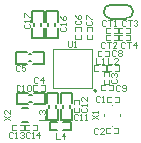
<source format=gto>
G04*
G04 #@! TF.GenerationSoftware,Altium Limited,Altium Designer,19.0.15 (446)*
G04*
G04 Layer_Color=65535*
%FSLAX24Y24*%
%MOIN*%
G70*
G01*
G75*
%ADD10C,0.0059*%
%ADD11C,0.0079*%
%ADD12C,0.0060*%
%ADD13C,0.0049*%
D10*
X1325Y2047D02*
G03*
X1325Y1575I0J-236D01*
G01*
X1825D02*
G03*
X1825Y2047I0J236D01*
G01*
X1325Y1575D02*
X1825D01*
X1325Y2047D02*
X1825D01*
D11*
X846Y-827D02*
G03*
X846Y-827I-39J0D01*
G01*
X-1417Y157D02*
X-1339D01*
X-1417Y394D02*
X-1339D01*
X-1230Y1339D02*
Y1417D01*
X-994Y1339D02*
Y1417D01*
X-738Y-1388D02*
Y-1309D01*
X-502Y-1388D02*
Y-1309D01*
X-39Y-1388D02*
Y-1309D01*
X-276Y-1388D02*
Y-1309D01*
X-1388Y-965D02*
X-1309D01*
X-1388Y-1201D02*
X-1309D01*
X-1643Y-1402D02*
X-1454D01*
X-1643Y-1874D02*
X-1454D01*
X-531Y1339D02*
Y1417D01*
X-768Y1339D02*
Y1417D01*
D12*
X-1841Y79D02*
Y472D01*
X-915Y79D02*
Y472D01*
X-1280Y79D02*
X-915D01*
X-1841D02*
X-1476D01*
X-1280Y472D02*
X-915D01*
X-1841D02*
X-1476D01*
X-1309Y1841D02*
X-915D01*
X-1309Y915D02*
X-915D01*
X-1309D02*
Y1280D01*
Y1476D02*
Y1841D01*
X-915Y915D02*
Y1280D01*
Y1476D02*
Y1841D01*
X-817Y-1811D02*
X-423D01*
X-817Y-886D02*
X-423D01*
X-817Y-1811D02*
Y-1447D01*
Y-1250D02*
Y-886D01*
X-423Y-1811D02*
Y-1447D01*
Y-1250D02*
Y-886D01*
X-718Y-1874D02*
X-463D01*
X-266D02*
X-10D01*
X-718Y-2149D02*
X-463D01*
X-266D02*
X-10D01*
Y-1874D01*
X-718Y-2149D02*
Y-1874D01*
X-354Y-1811D02*
X39D01*
X-354Y-886D02*
X39D01*
Y-1250D02*
Y-886D01*
Y-1811D02*
Y-1447D01*
X-354Y-1250D02*
Y-886D01*
Y-1811D02*
Y-1447D01*
X-1811Y-886D02*
X-1447D01*
X-1250D02*
X-886D01*
X-1811Y-1280D02*
X-1447D01*
X-1250D02*
X-886D01*
Y-886D01*
X-1811Y-1280D02*
Y-886D01*
X-453Y1476D02*
Y1841D01*
Y915D02*
Y1280D01*
X-846Y1476D02*
Y1841D01*
Y915D02*
Y1280D01*
Y915D02*
X-453D01*
X-846Y1841D02*
X-453D01*
D13*
X100Y-1146D02*
X274D01*
X100Y-1532D02*
X274D01*
X100D02*
Y-1407D01*
Y-1270D02*
Y-1146D01*
X274Y-1532D02*
Y-1407D01*
Y-1270D02*
Y-1146D01*
X1457Y-1199D02*
X1581D01*
X1195D02*
X1319D01*
X1457Y-1026D02*
X1581D01*
X1195D02*
X1319D01*
X1195Y-1199D02*
Y-1026D01*
X1581Y-1199D02*
Y-1026D01*
X1177Y-2079D02*
X1301D01*
X1439D02*
X1563D01*
X1177Y-2252D02*
X1301D01*
X1439D02*
X1563D01*
Y-2079D01*
X1177Y-2252D02*
Y-2079D01*
X1100Y-1683D02*
Y-1604D01*
X1360Y-1990D02*
X1376D01*
X1636Y-1683D02*
Y-1604D01*
X1360Y-1297D02*
X1376D01*
X1171Y1268D02*
X1295D01*
X1433D02*
X1557D01*
X1171Y1094D02*
X1295D01*
X1433D02*
X1557D01*
Y1268D01*
X1171Y1094D02*
Y1268D01*
X1583D02*
X1707D01*
X1844D02*
X1969D01*
X1583Y1094D02*
X1707D01*
X1844D02*
X1969D01*
Y1268D01*
X1583Y1094D02*
Y1268D01*
X1171Y1041D02*
X1295D01*
X1433D02*
X1557D01*
X1171Y868D02*
X1295D01*
X1433D02*
X1557D01*
Y1041D01*
X1171Y868D02*
Y1041D01*
X1583D02*
X1707D01*
X1844D02*
X1969D01*
X1583Y868D02*
X1707D01*
X1844D02*
X1969D01*
Y1041D01*
X1583Y868D02*
Y1041D01*
X-591Y-728D02*
Y571D01*
X709Y-728D02*
Y571D01*
X-591D02*
X709D01*
X-591Y-728D02*
X709D01*
X1394Y-808D02*
Y-635D01*
X1008Y-808D02*
Y-635D01*
X1132D01*
X1270D02*
X1394D01*
X1008Y-808D02*
X1132D01*
X1270D02*
X1394D01*
X1581Y-155D02*
Y18D01*
X1195Y-155D02*
Y18D01*
X1319D01*
X1457D02*
X1581D01*
X1195Y-155D02*
X1319D01*
X1457D02*
X1581D01*
X1151Y-155D02*
Y18D01*
X765Y-155D02*
Y18D01*
X889D01*
X1027D02*
X1151D01*
X765Y-155D02*
X889D01*
X1027D02*
X1151D01*
X-1525Y-1974D02*
X-1401Y-1974D01*
X-1263Y-1974D02*
X-1139D01*
X-1525Y-2148D02*
X-1401D01*
X-1263D02*
X-1139D01*
Y-1974D01*
X-1525Y-2148D02*
Y-1974D01*
X-1706Y-2148D02*
X-1582D01*
X-1967D02*
X-1843D01*
X-1706Y-1974D02*
X-1582Y-1974D01*
X-1967D02*
X-1843D01*
X-1967Y-2148D02*
X-1967Y-1974D01*
X-1582Y-2148D02*
Y-1974D01*
X1141Y332D02*
X1265D01*
X880D02*
X1004D01*
X1141Y505D02*
X1265D01*
X880D02*
X1004D01*
X880Y332D02*
Y505D01*
X1265Y332D02*
Y505D01*
X687Y1171D02*
Y1295D01*
Y909D02*
Y1033D01*
X514Y1171D02*
Y1295D01*
Y909D02*
Y1033D01*
Y909D02*
X687D01*
X514Y1295D02*
X687D01*
X314Y1171D02*
Y1295D01*
Y909D02*
Y1033D01*
X141Y1171D02*
Y1295D01*
Y909D02*
Y1033D01*
Y909D02*
X314D01*
X141Y1295D02*
X314D01*
X-1266Y-652D02*
X-1142D01*
X-1004D02*
X-880D01*
X-1266Y-825D02*
X-1142D01*
X-1004D02*
X-880D01*
Y-652D01*
X-1266Y-825D02*
Y-652D01*
X1259Y-330D02*
Y-206D01*
Y-592D02*
Y-468D01*
X1086Y-330D02*
Y-206D01*
Y-592D02*
Y-468D01*
Y-592D02*
X1259D01*
X1086Y-206D02*
X1259D01*
X-1719Y-18D02*
X-1752Y15D01*
X-1818D01*
X-1850Y-18D01*
Y-149D01*
X-1818Y-182D01*
X-1752D01*
X-1719Y-149D01*
X-1522Y15D02*
X-1654D01*
Y-84D01*
X-1588Y-51D01*
X-1555D01*
X-1522Y-84D01*
Y-149D01*
X-1555Y-182D01*
X-1621D01*
X-1654Y-149D01*
X-1542Y1411D02*
X-1575Y1378D01*
Y1312D01*
X-1542Y1280D01*
X-1411D01*
X-1378Y1312D01*
Y1378D01*
X-1411Y1411D01*
X-1378Y1476D02*
Y1542D01*
Y1509D01*
X-1575D01*
X-1542Y1476D01*
X-1575Y1640D02*
Y1771D01*
X-1542D01*
X-1411Y1640D01*
X-1378D01*
X-1083Y-1811D02*
X-886D01*
Y-1680D01*
X-1050Y-1614D02*
X-1083Y-1581D01*
Y-1516D01*
X-1050Y-1483D01*
X-1017D01*
X-984Y-1516D01*
Y-1549D01*
Y-1516D01*
X-951Y-1483D01*
X-919D01*
X-886Y-1516D01*
Y-1581D01*
X-919Y-1614D01*
X-518Y-2234D02*
Y-2431D01*
X-387D01*
X-223D02*
Y-2234D01*
X-321Y-2333D01*
X-190D01*
X230Y-1637D02*
X197Y-1604D01*
X131D01*
X98Y-1637D01*
Y-1768D01*
X131Y-1801D01*
X197D01*
X230Y-1768D01*
X295Y-1801D02*
X361D01*
X328D01*
Y-1604D01*
X295Y-1637D01*
X459Y-1801D02*
X525D01*
X492D01*
Y-1604D01*
X459Y-1637D01*
X368Y-1394D02*
X335Y-1427D01*
Y-1493D01*
X368Y-1526D01*
X499D01*
X531Y-1493D01*
Y-1427D01*
X499Y-1394D01*
X531Y-1329D02*
Y-1263D01*
Y-1296D01*
X335D01*
X368Y-1329D01*
X531Y-1034D02*
Y-1165D01*
X400Y-1034D01*
X368D01*
X335Y-1066D01*
Y-1132D01*
X368Y-1165D01*
X973Y-1051D02*
X940Y-1019D01*
X874D01*
X842Y-1051D01*
Y-1183D01*
X874Y-1215D01*
X940D01*
X973Y-1183D01*
X1038Y-1215D02*
X1104D01*
X1071D01*
Y-1019D01*
X1038Y-1051D01*
X889Y-2104D02*
X856Y-2071D01*
X791D01*
X758Y-2104D01*
Y-2235D01*
X791Y-2267D01*
X856D01*
X889Y-2235D01*
X1086Y-2267D02*
X955D01*
X1086Y-2136D01*
Y-2104D01*
X1053Y-2071D01*
X987D01*
X955Y-2104D01*
X707Y-1772D02*
X904Y-1641D01*
X707D02*
X904Y-1772D01*
Y-1575D02*
Y-1509D01*
Y-1542D01*
X707D01*
X740Y-1575D01*
X1788Y774D02*
X1755Y807D01*
X1690D01*
X1657Y774D01*
Y643D01*
X1690Y610D01*
X1755D01*
X1788Y643D01*
X1854Y807D02*
X1985D01*
X1919D01*
Y610D01*
X2149D02*
Y807D01*
X2050Y709D01*
X2182D01*
X1818Y1483D02*
X1785Y1516D01*
X1719D01*
X1686Y1483D01*
Y1352D01*
X1719Y1319D01*
X1785D01*
X1818Y1352D01*
X1883Y1516D02*
X2014D01*
X1949D01*
Y1319D01*
X2080Y1483D02*
X2113Y1516D01*
X2178D01*
X2211Y1483D01*
Y1450D01*
X2178Y1417D01*
X2146D01*
X2178D01*
X2211Y1384D01*
Y1352D01*
X2178Y1319D01*
X2113D01*
X2080Y1352D01*
X1119Y774D02*
X1086Y807D01*
X1020D01*
X988Y774D01*
Y643D01*
X1020Y610D01*
X1086D01*
X1119Y643D01*
X1184Y807D02*
X1316D01*
X1250D01*
Y610D01*
X1512D02*
X1381D01*
X1512Y741D01*
Y774D01*
X1480Y807D01*
X1414D01*
X1381Y774D01*
X1171Y1483D02*
X1138Y1516D01*
X1073D01*
X1040Y1483D01*
Y1352D01*
X1073Y1319D01*
X1138D01*
X1171Y1352D01*
X1237Y1516D02*
X1368D01*
X1302D01*
Y1319D01*
X1434D02*
X1499D01*
X1466D01*
Y1516D01*
X1434Y1483D01*
X-1690Y-661D02*
X-1722Y-628D01*
X-1788D01*
X-1821Y-661D01*
Y-792D01*
X-1788Y-825D01*
X-1722D01*
X-1690Y-792D01*
X-1624Y-825D02*
X-1558D01*
X-1591D01*
Y-628D01*
X-1624Y-661D01*
X-1460D02*
X-1427Y-628D01*
X-1362D01*
X-1329Y-661D01*
Y-792D01*
X-1362Y-825D01*
X-1427D01*
X-1460Y-792D01*
Y-661D01*
X-98Y837D02*
Y673D01*
X-66Y640D01*
X-0D01*
X33Y673D01*
Y837D01*
X98Y640D02*
X164D01*
X131D01*
Y837D01*
X98Y804D01*
X1621Y-671D02*
X1588Y-639D01*
X1523D01*
X1490Y-671D01*
Y-803D01*
X1523Y-835D01*
X1588D01*
X1621Y-803D01*
X1687D02*
X1720Y-835D01*
X1785D01*
X1818Y-803D01*
Y-671D01*
X1785Y-639D01*
X1720D01*
X1687Y-671D01*
Y-704D01*
X1720Y-737D01*
X1818D01*
X1499Y499D02*
X1467Y531D01*
X1401D01*
X1368Y499D01*
Y367D01*
X1401Y335D01*
X1467D01*
X1499Y367D01*
X1565Y499D02*
X1598Y531D01*
X1663D01*
X1696Y499D01*
Y466D01*
X1663Y433D01*
X1696Y400D01*
Y367D01*
X1663Y335D01*
X1598D01*
X1565Y367D01*
Y400D01*
X1598Y433D01*
X1565Y466D01*
Y499D01*
X1598Y433D02*
X1663D01*
X1230Y277D02*
Y80D01*
X1361D01*
X1558D02*
X1427D01*
X1558Y211D01*
Y244D01*
X1525Y277D01*
X1460D01*
X1427Y244D01*
X1356Y-429D02*
X1323Y-462D01*
Y-527D01*
X1356Y-560D01*
X1487D01*
X1520Y-527D01*
Y-462D01*
X1487Y-429D01*
X1356Y-363D02*
X1323Y-330D01*
Y-265D01*
X1356Y-232D01*
X1389D01*
X1422Y-265D01*
Y-298D01*
Y-265D01*
X1454Y-232D01*
X1487D01*
X1520Y-265D01*
Y-330D01*
X1487Y-363D01*
X830Y277D02*
Y80D01*
X961D01*
X1027D02*
X1092D01*
X1060D01*
Y277D01*
X1027Y244D01*
X-341Y1302D02*
X-374Y1270D01*
Y1204D01*
X-341Y1171D01*
X-210D01*
X-177Y1204D01*
Y1270D01*
X-210Y1302D01*
X-177Y1368D02*
Y1434D01*
Y1401D01*
X-374D01*
X-341Y1368D01*
X-374Y1663D02*
X-341Y1598D01*
X-276Y1532D01*
X-210D01*
X-177Y1565D01*
Y1630D01*
X-210Y1663D01*
X-243D01*
X-276Y1630D01*
Y1532D01*
X-1385Y-2238D02*
X-1417Y-2205D01*
X-1483D01*
X-1516Y-2238D01*
Y-2369D01*
X-1483Y-2402D01*
X-1417D01*
X-1385Y-2369D01*
X-1319Y-2402D02*
X-1253D01*
X-1286D01*
Y-2205D01*
X-1319Y-2238D01*
X-1057Y-2402D02*
Y-2205D01*
X-1155Y-2303D01*
X-1024D01*
X-1946Y-2247D02*
X-1978Y-2215D01*
X-2044D01*
X-2077Y-2247D01*
Y-2379D01*
X-2044Y-2411D01*
X-1978D01*
X-1946Y-2379D01*
X-1880Y-2411D02*
X-1814D01*
X-1847D01*
Y-2215D01*
X-1880Y-2247D01*
X-1716D02*
X-1683Y-2215D01*
X-1618D01*
X-1585Y-2247D01*
Y-2280D01*
X-1618Y-2313D01*
X-1650D01*
X-1618D01*
X-1585Y-2346D01*
Y-2379D01*
X-1618Y-2411D01*
X-1683D01*
X-1716Y-2379D01*
X-1109Y-407D02*
X-1142Y-374D01*
X-1207D01*
X-1240Y-407D01*
Y-538D01*
X-1207Y-571D01*
X-1142D01*
X-1109Y-538D01*
X-945Y-571D02*
Y-374D01*
X-1043Y-472D01*
X-912D01*
X525Y1509D02*
X492Y1476D01*
Y1411D01*
X525Y1378D01*
X656D01*
X689Y1411D01*
Y1476D01*
X656Y1509D01*
X492Y1575D02*
Y1706D01*
X525D01*
X656Y1575D01*
X689D01*
X153Y1513D02*
X121Y1481D01*
Y1415D01*
X153Y1382D01*
X285D01*
X317Y1415D01*
Y1481D01*
X285Y1513D01*
X121Y1710D02*
X153Y1645D01*
X219Y1579D01*
X285D01*
X317Y1612D01*
Y1677D01*
X285Y1710D01*
X252D01*
X219Y1677D01*
Y1579D01*
X-2234Y-1801D02*
X-2037Y-1670D01*
X-2234D02*
X-2037Y-1801D01*
Y-1473D02*
Y-1604D01*
X-2169Y-1473D01*
X-2201D01*
X-2234Y-1506D01*
Y-1572D01*
X-2201Y-1604D01*
M02*

</source>
